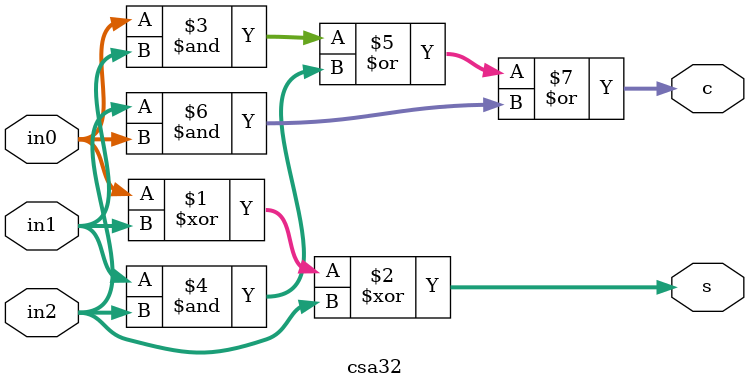
<source format=v>
module csa32 #(parameter DW = 16
	       )
   (
    //Inputs
    input [DW-1:0]  in0,
    input [DW-1:0]  in1,
    input [DW-1:0]  in2,
    //Outputs
    output [DW-1:0] s,
    output [DW-1:0] c
    );

   assign s[DW-1:0] = in0[DW-1:0] ^ in1[DW-1:0] ^ in2[DW-1:0];

   assign c[DW-1:0] = (in0[DW-1:0] & in1[DW-1:0]) |
		      (in1[DW-1:0] & in2[DW-1:0]) |
		      (in2[DW-1:0] & in0[DW-1:0] );

endmodule

</source>
